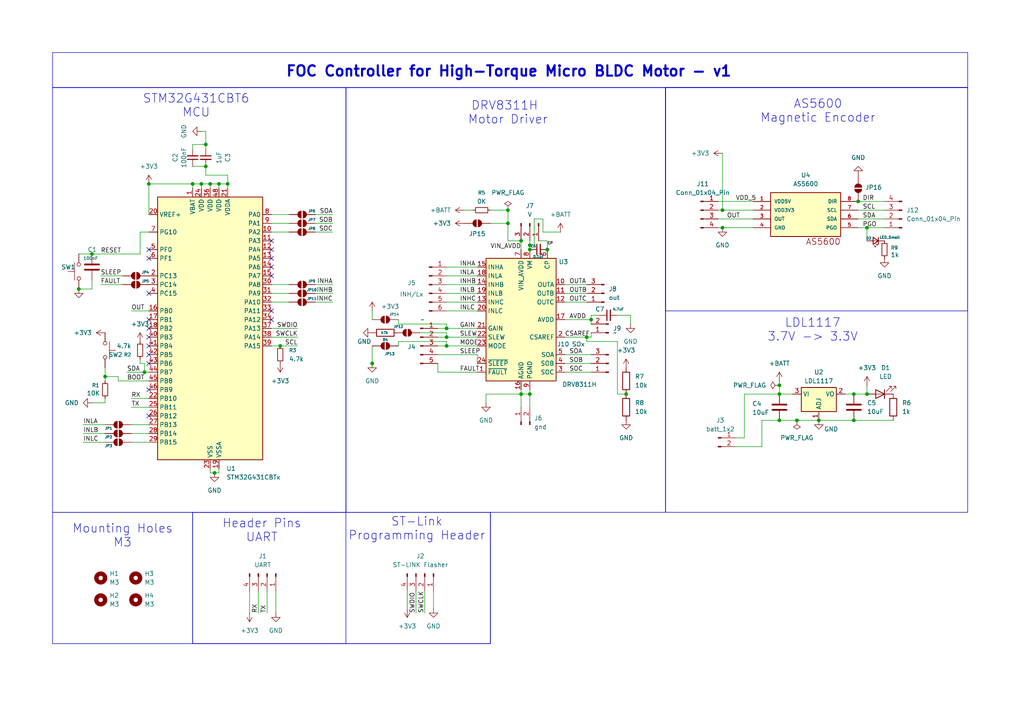
<source format=kicad_sch>
(kicad_sch (version 20250114) (generator "eeschema") (generator_version "9.0")
  (paper "A4")
  (rectangle (start 55.88 148.59) (end 100.33 186.69))
  (rectangle (start 100.33 25.4) (end 193.04 148.59))
  (rectangle (start 15.24 25.4) (end 100.33 148.59))
  (rectangle (start 193.04 25.4) (end 280.67 90.17))
  (rectangle (start 193.04 25.4) (end 280.67 148.59))
  (rectangle (start 15.24 148.59) (end 142.24 186.69))
  (rectangle (start 55.88 148.59) (end 142.24 186.69))
  (rectangle (start 15.24 15.24) (end 280.67 25.4))
  (text "DRV8311H \nMotor Driver" (at 147.32 32.766 0) (effects (font (size 2.5 2.5))))
  (text "Mounting Holes\nM3" (at 35.56 155.448 0) (effects (font (size 2.5 2.5))))
  (text "LDL1117\n3.7V -> 3.3V" (at 235.712 95.758 0) (effects (font (size 2.5 2.5))))
  (text "FOC Controller for High-Torque Micro BLDC Motor - v1" (at 147.574 20.828 0) (effects (font (size 3 3) (thickness 0.6) (bold yes))))
  (text "AS5600\nMagnetic Encoder" (at 237.236 32.258 0) (effects (font (size 2.5 2.5))))
  (text "Header Pins\nUART" (at 75.946 153.924 0) (effects (font (size 2.5 2.5))))
  (text "ST-Link\nProgramming Header" (at 120.904 153.416 0) (effects (font (size 2.5 2.5))))
  (text "STM32G431CBT6\nMCU" (at 56.896 30.734 0) (effects (font (size 2.5 2.5))))
  (junction (at 226.06 114.3))
  (junction (at 231.14 121.92))
  (junction (at 59.69 41.91))
  (junction (at 251.46 114.3))
  (junction (at 251.46 66.04))
  (junction (at 237.49 121.92))
  (junction (at 129.54 95.25))
  (junction (at 63.5 53.34))
  (junction (at 226.06 111.76))
  (junction (at 226.06 121.92))
  (junction (at 107.95 105.41))
  (junction (at 62.23 137.16))
  (junction (at 151.13 69.85))
  (junction (at 81.28 100.33))
  (junction (at 247.65 114.3))
  (junction (at 129.54 100.33))
  (junction (at 26.67 73.66))
  (junction (at 153.67 72.39))
  (junction (at 153.67 71.12))
  (junction (at 22.86 83.82))
  (junction (at 153.67 114.3))
  (junction (at 151.13 114.3))
  (junction (at 248.92 58.42))
  (junction (at 147.32 64.77))
  (junction (at 30.48 109.22))
  (junction (at 247.65 121.92))
  (junction (at 59.69 48.26))
  (junction (at 209.55 66.04))
  (junction (at 41.91 107.95))
  (junction (at 209.55 60.96))
  (junction (at 147.32 60.96))
  (junction (at 181.61 114.3))
  (junction (at 171.45 92.71))
  (junction (at 158.75 72.39))
  (junction (at 43.18 53.34))
  (junction (at 58.42 53.34))
  (junction (at 129.54 97.79))
  (junction (at 170.18 97.79))
  (junction (at 60.96 53.34))
  (junction (at 55.88 53.34))
  (junction (at 66.04 53.34))
  (no_connect (at 43.18 113.03))
  (no_connect (at 78.74 74.93))
  (no_connect (at 43.18 105.41))
  (no_connect (at 43.18 120.65))
  (no_connect (at 43.18 100.33))
  (no_connect (at 78.74 90.17))
  (no_connect (at 43.18 72.39))
  (no_connect (at 43.18 102.87))
  (no_connect (at 78.74 69.85))
  (no_connect (at 78.74 80.01))
  (no_connect (at 43.18 97.79))
  (no_connect (at 78.74 77.47))
  (no_connect (at 43.18 95.25))
  (no_connect (at 78.74 92.71))
  (no_connect (at 43.18 92.71))
  (no_connect (at 43.18 74.93))
  (no_connect (at 78.74 72.39))
  (no_connect (at 43.18 85.09))
  (wire (pts (xy 78.74 100.33) (xy 81.28 100.33)))
  (wire (pts (xy 129.54 80.01) (xy 138.43 80.01)))
  (wire (pts (xy 118.11 171.45) (xy 118.11 176.53)))
  (wire (pts (xy 59.69 38.1) (xy 58.42 38.1)))
  (wire (pts (xy 91.44 87.63) (xy 96.52 87.63)))
  (wire (pts (xy 58.42 53.34) (xy 60.96 53.34)))
  (wire (pts (xy 30.48 116.84) (xy 30.48 115.57)))
  (wire (pts (xy 62.23 137.16) (xy 63.5 137.16)))
  (wire (pts (xy 153.67 71.12) (xy 153.67 72.39)))
  (wire (pts (xy 248.92 58.42) (xy 256.54 58.42)))
  (wire (pts (xy 220.98 129.54) (xy 220.98 121.92)))
  (wire (pts (xy 129.54 100.33) (xy 138.43 100.33)))
  (wire (pts (xy 226.06 111.76) (xy 226.06 114.3)))
  (wire (pts (xy 171.45 96.52) (xy 171.45 97.79)))
  (wire (pts (xy 154.94 63.5) (xy 154.94 71.12)))
  (wire (pts (xy 163.83 85.09) (xy 170.18 85.09)))
  (wire (pts (xy 91.44 67.31) (xy 96.52 67.31)))
  (wire (pts (xy 43.18 62.23) (xy 43.18 53.34)))
  (wire (pts (xy 58.42 53.34) (xy 58.42 54.61)))
  (wire (pts (xy 63.5 53.34) (xy 66.04 53.34)))
  (wire (pts (xy 163.83 92.71) (xy 171.45 92.71)))
  (wire (pts (xy 151.13 69.85) (xy 151.13 72.39)))
  (wire (pts (xy 248.92 60.96) (xy 256.54 60.96)))
  (wire (pts (xy 55.88 41.91) (xy 55.88 43.18)))
  (wire (pts (xy 208.28 66.04) (xy 209.55 66.04)))
  (wire (pts (xy 91.44 62.23) (xy 96.52 62.23)))
  (wire (pts (xy 182.88 91.44) (xy 182.88 93.98)))
  (wire (pts (xy 215.9 127) (xy 215.9 114.3)))
  (wire (pts (xy 43.18 128.27) (xy 38.1 128.27)))
  (wire (pts (xy 213.36 127) (xy 215.9 127)))
  (wire (pts (xy 170.18 97.79) (xy 163.83 97.79)))
  (wire (pts (xy 34.29 109.22) (xy 34.29 110.49)))
  (wire (pts (xy 171.45 92.71) (xy 171.45 91.44)))
  (wire (pts (xy 248.92 63.5) (xy 256.54 63.5)))
  (wire (pts (xy 153.67 69.85) (xy 153.67 71.12)))
  (wire (pts (xy 78.74 82.55) (xy 83.82 82.55)))
  (wire (pts (xy 248.92 66.04) (xy 251.46 66.04)))
  (wire (pts (xy 129.54 87.63) (xy 138.43 87.63)))
  (wire (pts (xy 220.98 121.92) (xy 226.06 121.92)))
  (wire (pts (xy 213.36 129.54) (xy 220.98 129.54)))
  (wire (pts (xy 158.75 69.85) (xy 158.75 72.39)))
  (wire (pts (xy 151.13 69.85) (xy 147.32 69.85)))
  (wire (pts (xy 41.91 107.95) (xy 43.18 107.95)))
  (wire (pts (xy 153.67 113.03) (xy 153.67 114.3)))
  (wire (pts (xy 157.48 67.31) (xy 157.48 63.5)))
  (wire (pts (xy 129.54 77.47) (xy 138.43 77.47)))
  (wire (pts (xy 156.21 69.85) (xy 158.75 69.85)))
  (wire (pts (xy 43.18 125.73) (xy 38.1 125.73)))
  (wire (pts (xy 129.54 90.17) (xy 138.43 90.17)))
  (wire (pts (xy 55.88 53.34) (xy 58.42 53.34)))
  (wire (pts (xy 129.54 97.79) (xy 138.43 97.79)))
  (wire (pts (xy 38.1 115.57) (xy 43.18 115.57)))
  (wire (pts (xy 34.29 110.49) (xy 43.18 110.49)))
  (wire (pts (xy 157.48 63.5) (xy 154.94 63.5)))
  (wire (pts (xy 209.55 44.45) (xy 209.55 60.96)))
  (wire (pts (xy 127 105.41) (xy 127 107.95)))
  (wire (pts (xy 171.45 97.79) (xy 170.18 97.79)))
  (wire (pts (xy 38.1 118.11) (xy 43.18 118.11)))
  (wire (pts (xy 78.74 85.09) (xy 83.82 85.09)))
  (wire (pts (xy 209.55 66.04) (xy 218.44 66.04)))
  (wire (pts (xy 129.54 99.06) (xy 129.54 100.33)))
  (wire (pts (xy 134.62 60.96) (xy 137.16 60.96)))
  (wire (pts (xy 251.46 111.76) (xy 251.46 114.3)))
  (wire (pts (xy 22.86 73.66) (xy 26.67 73.66)))
  (wire (pts (xy 59.69 50.8) (xy 66.04 50.8)))
  (wire (pts (xy 226.06 110.49) (xy 226.06 111.76)))
  (wire (pts (xy 38.1 90.17) (xy 43.18 90.17)))
  (wire (pts (xy 24.13 125.73) (xy 30.48 125.73)))
  (wire (pts (xy 170.18 97.79) (xy 170.18 99.06)))
  (wire (pts (xy 40.64 105.41) (xy 41.91 105.41)))
  (wire (pts (xy 43.18 123.19) (xy 38.1 123.19)))
  (wire (pts (xy 237.49 121.92) (xy 247.65 121.92)))
  (wire (pts (xy 107.95 105.41) (xy 107.95 100.33)))
  (wire (pts (xy 127 100.33) (xy 129.54 100.33)))
  (wire (pts (xy 138.43 102.87) (xy 138.43 105.41)))
  (wire (pts (xy 36.83 107.95) (xy 41.91 107.95)))
  (wire (pts (xy 163.83 82.55) (xy 170.18 82.55)))
  (wire (pts (xy 91.44 82.55) (xy 96.52 82.55)))
  (wire (pts (xy 129.54 95.25) (xy 138.43 95.25)))
  (wire (pts (xy 91.44 64.77) (xy 96.52 64.77)))
  (wire (pts (xy 24.13 123.19) (xy 30.48 123.19)))
  (wire (pts (xy 40.64 67.31) (xy 43.18 67.31)))
  (wire (pts (xy 115.57 100.33) (xy 115.57 99.06)))
  (wire (pts (xy 120.65 171.45) (xy 120.65 177.8)))
  (wire (pts (xy 77.47 171.45) (xy 77.47 177.8)))
  (wire (pts (xy 80.01 171.45) (xy 80.01 177.8)))
  (wire (pts (xy 163.83 107.95) (xy 171.45 107.95)))
  (wire (pts (xy 60.96 135.89) (xy 60.96 137.16)))
  (wire (pts (xy 59.69 41.91) (xy 59.69 43.18)))
  (wire (pts (xy 171.45 92.71) (xy 171.45 93.98)))
  (wire (pts (xy 78.74 95.25) (xy 86.36 95.25)))
  (wire (pts (xy 29.21 82.55) (xy 35.56 82.55)))
  (wire (pts (xy 55.88 48.26) (xy 59.69 48.26)))
  (wire (pts (xy 40.64 104.14) (xy 40.64 105.41)))
  (wire (pts (xy 147.32 69.85) (xy 147.32 64.77)))
  (wire (pts (xy 129.54 93.98) (xy 129.54 95.25)))
  (wire (pts (xy 208.28 60.96) (xy 209.55 60.96)))
  (wire (pts (xy 60.96 137.16) (xy 62.23 137.16)))
  (wire (pts (xy 78.74 97.79) (xy 86.36 97.79)))
  (wire (pts (xy 129.54 85.09) (xy 138.43 85.09)))
  (wire (pts (xy 81.28 100.33) (xy 86.36 100.33)))
  (wire (pts (xy 72.39 171.45) (xy 72.39 177.8)))
  (wire (pts (xy 59.69 48.26) (xy 59.69 50.8)))
  (wire (pts (xy 127 95.25) (xy 129.54 95.25)))
  (wire (pts (xy 107.95 90.17) (xy 107.95 92.71)))
  (wire (pts (xy 78.74 87.63) (xy 83.82 87.63)))
  (wire (pts (xy 163.83 105.41) (xy 171.45 105.41)))
  (wire (pts (xy 63.5 135.89) (xy 63.5 137.16)))
  (wire (pts (xy 29.21 80.01) (xy 35.56 80.01)))
  (wire (pts (xy 231.14 121.92) (xy 237.49 121.92)))
  (wire (pts (xy 163.83 102.87) (xy 171.45 102.87)))
  (wire (pts (xy 59.69 41.91) (xy 55.88 41.91)))
  (wire (pts (xy 151.13 114.3) (xy 153.67 114.3)))
  (wire (pts (xy 179.07 99.06) (xy 179.07 114.3)))
  (wire (pts (xy 30.48 106.68) (xy 30.48 109.22)))
  (wire (pts (xy 129.54 82.55) (xy 138.43 82.55)))
  (wire (pts (xy 151.13 114.3) (xy 151.13 118.11)))
  (wire (pts (xy 78.74 64.77) (xy 83.82 64.77)))
  (wire (pts (xy 121.92 96.52) (xy 129.54 96.52)))
  (wire (pts (xy 162.56 67.31) (xy 157.48 67.31)))
  (wire (pts (xy 78.74 67.31) (xy 83.82 67.31)))
  (wire (pts (xy 26.67 83.82) (xy 22.86 83.82)))
  (wire (pts (xy 147.32 64.77) (xy 147.32 60.96)))
  (wire (pts (xy 127 102.87) (xy 138.43 102.87)))
  (wire (pts (xy 171.45 91.44) (xy 173.99 91.44)))
  (wire (pts (xy 91.44 85.09) (xy 96.52 85.09)))
  (wire (pts (xy 43.18 53.34) (xy 55.88 53.34)))
  (wire (pts (xy 74.93 171.45) (xy 74.93 177.8)))
  (wire (pts (xy 226.06 121.92) (xy 231.14 121.92)))
  (wire (pts (xy 41.91 105.41) (xy 41.91 107.95)))
  (wire (pts (xy 115.57 99.06) (xy 129.54 99.06)))
  (wire (pts (xy 140.97 116.84) (xy 140.97 114.3)))
  (wire (pts (xy 251.46 66.04) (xy 256.54 66.04)))
  (wire (pts (xy 26.67 73.66) (xy 40.64 73.66)))
  (wire (pts (xy 142.24 64.77) (xy 147.32 64.77)))
  (wire (pts (xy 140.97 114.3) (xy 151.13 114.3)))
  (wire (pts (xy 208.28 58.42) (xy 218.44 58.42)))
  (wire (pts (xy 55.88 54.61) (xy 55.88 53.34)))
  (wire (pts (xy 115.57 93.98) (xy 129.54 93.98)))
  (wire (pts (xy 142.24 60.96) (xy 147.32 60.96)))
  (wire (pts (xy 66.04 50.8) (xy 66.04 53.34)))
  (wire (pts (xy 107.95 105.41) (xy 107.95 106.68)))
  (wire (pts (xy 129.54 96.52) (xy 129.54 97.79)))
  (wire (pts (xy 151.13 113.03) (xy 151.13 114.3)))
  (wire (pts (xy 26.67 81.28) (xy 26.67 83.82)))
  (wire (pts (xy 208.28 63.5) (xy 218.44 63.5)))
  (wire (pts (xy 251.46 66.04) (xy 251.46 69.85)))
  (wire (pts (xy 127 97.79) (xy 129.54 97.79)))
  (wire (pts (xy 60.96 53.34) (xy 63.5 53.34)))
  (wire (pts (xy 127 107.95) (xy 138.43 107.95)))
  (wire (pts (xy 125.73 171.45) (xy 125.73 176.53)))
  (wire (pts (xy 179.07 91.44) (xy 182.88 91.44)))
  (wire (pts (xy 40.64 73.66) (xy 40.64 67.31)))
  (wire (pts (xy 24.13 128.27) (xy 30.48 128.27)))
  (wire (pts (xy 163.83 87.63) (xy 170.18 87.63)))
  (wire (pts (xy 245.11 114.3) (xy 247.65 114.3)))
  (wire (pts (xy 226.06 114.3) (xy 229.87 114.3)))
  (wire (pts (xy 30.48 109.22) (xy 34.29 109.22)))
  (wire (pts (xy 60.96 53.34) (xy 60.96 54.61)))
  (wire (pts (xy 66.04 53.34) (xy 66.04 54.61)))
  (wire (pts (xy 153.67 114.3) (xy 153.67 118.11)))
  (wire (pts (xy 59.69 38.1) (xy 59.69 41.91)))
  (wire (pts (xy 247.65 121.92) (xy 259.08 121.92)))
  (wire (pts (xy 114.3 96.52) (xy 115.57 96.52)))
  (wire (pts (xy 123.19 171.45) (xy 123.19 177.8)))
  (wire (pts (xy 78.74 62.23) (xy 83.82 62.23)))
  (wire (pts (xy 154.94 71.12) (xy 153.67 71.12)))
  (wire (pts (xy 26.67 116.84) (xy 30.48 116.84)))
  (wire (pts (xy 251.46 114.3) (xy 247.65 114.3)))
  (wire (pts (xy 170.18 99.06) (xy 179.07 99.06)))
  (wire (pts (xy 215.9 114.3) (xy 226.06 114.3)))
  (wire (pts (xy 63.5 53.34) (xy 63.5 54.61)))
  (wire (pts (xy 115.57 92.71) (xy 115.57 93.98)))
  (wire (pts (xy 209.55 60.96) (xy 218.44 60.96)))
  (wire (pts (xy 30.48 109.22) (xy 30.48 110.49)))
  (wire (pts (xy 179.07 114.3) (xy 181.61 114.3)))
  (label "GAIN" (at 133.35 95.25 0))
  (label "SWCLK" (at 86.36 97.79 180))
  (label "SCL" (at 86.36 100.33 180))
  (label "DIR" (at 250.19 58.42 0))
  (label "OUTC" (at 165.1 87.63 0))
  (label "MODE" (at 133.35 100.33 0))
  (label "FAULT" (at 29.21 82.55 0))
  (label "INLA" (at 133.35 80.01 0))
  (label "TX" (at 38.1 118.11 0))
  (label "VIN_AVDD" (at 151.13 72.39 180))
  (label "SOC" (at 96.52 67.31 180))
  (label "SWCLK" (at 123.19 177.8 90))
  (label "SLEEP" (at 133.35 102.87 0))
  (label "CSAREF" (at 163.83 97.79 0))
  (label "SWDIO" (at 120.65 177.8 90))
  (label "INHA" (at 133.35 77.47 0))
  (label "SWDIO" (at 86.36 95.25 180))
  (label "FAULT" (at 133.35 107.95 0))
  (label "SLEW" (at 133.35 97.79 0))
  (label "RESET" (at 29.21 73.66 0))
  (label "OUTA" (at 165.1 82.55 0))
  (label "INHA" (at 96.52 82.55 180))
  (label "TX" (at 77.47 177.8 90))
  (label "OUTB" (at 165.1 85.09 0))
  (label "CP" (at 158.75 71.12 0) (effects (font (size 0.75 0.75))))
  (label "BOOT" (at 36.83 110.49 0))
  (label "INHC" (at 133.35 87.63 0))
  (label "INLB" (at 24.13 125.73 0))
  (label "INLC" (at 24.13 128.27 0))
  (label "SOC" (at 165.1 107.95 0))
  (label "OUT" (at 210.82 63.5 0))
  (label "INLA" (at 24.13 123.19 0))
  (label "INLB" (at 133.35 85.09 0))
  (label "INHC" (at 96.52 87.63 180))
  (label "AVDD" (at 165.1 92.71 0))
  (label "SOA" (at 165.1 102.87 0))
  (label "OUT" (at 38.1 90.17 0))
  (label "SOA" (at 96.52 62.23 180))
  (label "PGO" (at 250.19 66.04 0))
  (label "INHB" (at 96.52 85.09 180))
  (label "INHB" (at 133.35 82.55 0))
  (label "SLEEP" (at 29.21 80.01 0))
  (label "RX" (at 74.93 177.8 90))
  (label "SOB" (at 165.1 105.41 0))
  (label "SDA" (at 36.83 107.95 0))
  (label "RX" (at 38.1 115.57 0))
  (label "VDD_5" (at 213.36 58.42 0))
  (label "INLC" (at 133.35 90.17 0))
  (label "SCL" (at 250.19 60.96 0))
  (label "SDA" (at 250.19 63.5 0))
  (label "SOB" (at 96.52 64.77 180))
  (symbol (lib_id "Device:R") (at 111.76 96.52 90) (unit 1)
    (property "Reference" "R4" (at 111.76 98.552 90) (effects (font (size 0.75 0.75))))
    (property "Value" "47k" (at 111.506 96.52 90) (effects (font (size 0.75 0.75))))
    (property "Footprint" "Resistor_SMD:R_0805_2012Metric" (effects (hide yes)))
    (property "Description" "Resistor" (effects (hide yes)))
  )
  (symbol (lib_id "power:GND") (at 62.23 137.16 0) (unit 1)
    (property "Reference" "#PWR07" (effects (hide yes)))
    (property "Value" "GND" (at 62.23 142.24 0))
    (property "Description" "Power symbol creates a global label with name \"GND\" , ground" (effects (hide yes)))
  )
  (symbol (lib_id "Device:R") (at 259.08 118.11 0) (unit 1)
    (property "Reference" "R6" (at 261.62 116.8399 0) (effects (justify left)))
    (property "Value" "1k" (at 261.62 119.3799 0) (effects (justify left)))
    (property "Footprint" "Resistor_SMD:R_0805_2012Metric" (effects (hide yes)))
    (property "Description" "Resistor" (effects (hide yes)))
  )
  (symbol (lib_id "Device:C") (at 26.67 77.47 0) (unit 1)
    (property "Reference" "C1" (at 25.4 72.39 0) (effects (justify left)))
    (property "Value" "100nF" (at 24.13 74.93 0) (effects (font (size 0.9 0.9)) (justify left)))
    (property "Footprint" "Capacitor_SMD:C_0805_2012Metric_Pad1.18x1.45mm_HandSolder" (effects (hide yes)))
  )
  (symbol (lib_id "power:GND") (at 181.61 121.92 0) (unit 1)
    (property "Reference" "#PWR025" (effects (hide yes)))
    (property "Value" "GND" (at 181.61 127 0))
    (property "Description" "Power symbol creates a global label with name \"GND\" , ground" (effects (hide yes)))
  )
  (symbol (lib_id "power:+BATT") (at 162.56 67.31 0) (unit 1)
    (property "Reference" "#PWR022" (effects (hide yes)))
    (property "Value" "+BATT" (at 162.56 62.23 0))
    (property "Description" "Power symbol creates a global label with name \"+BATT\"" (effects (hide yes)))
  )
  (symbol (lib_id "Jumper:SolderJumper_2_Open") (at 111.76 100.33 0) (unit 1) (in_bom no)
    (property "Reference" "JP13" (at 113.03 102.616 0) (effects (font (size 0.75 0.75))))
    (property "Value" "SolderJumper_2_Open" (effects (hide yes)))
    (property "Footprint" "Jumper:SolderJumper-2_P1.3mm_Open_RoundedPad1.0x1.5mm" (effects (hide yes)))
    (property "Description" "Solder Jumper, 2-pole, open" (effects (hide yes)))
  )
  (symbol (lib_id "power:+3V3") (at 209.55 44.45 90) (unit 1)
    (property "Reference" "#PWR026" (effects (hide yes)))
    (property "Value" "+3V3" (at 205.74 44.4499 90) (effects (justify left)))
    (property "Description" "Power symbol creates a global label with name \"+3V3\"" (effects (hide yes)))
  )
  (symbol (lib_id "Jumper:SolderJumper_2_Open") (at 34.29 125.73 180) (unit 1) (in_bom no)
    (property "Reference" "JP2" (at 31.496 126.746 0) (effects (font (size 0.75 0.75))))
    (property "Value" "SolderJumper_2_Open" (effects (hide yes)))
    (property "Footprint" "Jumper:SolderJumper-2_P1.3mm_Open_RoundedPad1.0x1.5mm" (effects (hide yes)))
    (property "Description" "Solder Jumper, 2-pole, open" (effects (hide yes)))
  )
  (symbol (lib_id "Jumper:SolderJumper_2_Open") (at 39.37 82.55 0) (unit 1) (in_bom no)
    (property "Reference" "JP5" (at 42.164 81.534 0) (effects (font (size 0.75 0.75))))
    (property "Value" "SolderJumper_2_Open" (effects (hide yes)))
    (property "Footprint" "Jumper:SolderJumper-2_P1.3mm_Open_RoundedPad1.0x1.5mm" (effects (hide yes)))
    (property "Description" "Solder Jumper, 2-pole, open" (effects (hide yes)))
  )
  (symbol (lib_id "Mechanical:MountingHole") (at 39.37 167.64 0) (unit 1) (in_bom no)
    (property "Reference" "H3" (at 41.91 166.3699 0) (effects (justify left)))
    (property "Value" "M3" (at 41.91 168.9099 0) (effects (justify left)))
    (property "Footprint" "MountingHole:MountingHole_3mm" (effects (hide yes)))
    (property "Description" "Mounting Hole without connection" (effects (hide yes)))
  )
  (symbol (lib_id "power:+3V3") (at 134.62 64.77 90) (unit 1)
    (property "Reference" "#PWR018" (effects (hide yes)))
    (property "Value" "+3V3" (at 130.81 64.7699 90) (effects (justify left)))
    (property "Description" "Power symbol creates a global label with name \"+3V3\"" (effects (hide yes)))
  )
  (symbol (lib_id "Connector:Conn_01x04_Pin") (at 261.62 63.5 180) (unit 1)
    (property "Reference" "J12" (at 262.89 60.9599 0) (effects (justify right)))
    (property "Value" "Conn_01x04_Pin" (at 262.89 63.4999 0) (effects (justify right)))
    (property "Footprint" "Connector_PinSocket_2.54mm:PinSocket_1x04_P2.54mm_Vertical" (effects (hide yes)))
    (property "Description" "Generic connector, single row, 01x04, script generated" (effects (hide yes)))
  )
  (symbol (lib_id "Device:R") (at 181.61 118.11 0) (unit 1)
    (property "Reference" "R8" (at 184.15 116.8399 0) (effects (justify left)))
    (property "Value" "10k" (at 184.15 119.3799 0) (effects (justify left)))
    (property "Footprint" "Resistor_SMD:R_0805_2012Metric" (effects (hide yes)))
    (property "Description" "Resistor" (effects (hide yes)))
  )
  (symbol (lib_id "Connector:Conn_01x05_Pin") (at 121.92 100.33 0) (unit 1)
    (property "Reference" "J4" (at 119.38 100.584 0))
    (property "Value" "~" (at 122.555 92.71 0))
    (property "Footprint" "Connector_PinSocket_2.54mm:PinSocket_1x05_P2.54mm_Vertical" (effects (hide yes)))
    (property "Description" "Generic connector, single row, 01x05, script generated" (effects (hide yes)))
  )
  (symbol (lib_id "Connector:Conn_01x02_Pin") (at 208.28 127 0) (unit 1)
    (property "Reference" "J3" (at 208.915 121.92 0))
    (property "Value" "batt_1x2" (at 208.915 124.46 0))
    (property "Footprint" "Connector_PinSocket_2.54mm:PinSocket_1x02_P2.54mm_Vertical" (effects (hide yes)))
    (property "Description" "Generic connector, single row, 01x02, script generated" (effects (hide yes)))
  )
  (symbol (lib_id "Device:C_Small") (at 176.53 91.44 90) (unit 1)
    (property "Reference" "C7" (at 173.99 89.662 90))
    (property "Value" "4.7uF" (at 179.324 89.662 90) (effects (font (size 0.75 0.75))))
    (property "Footprint" "Capacitor_SMD:C_0805_2012Metric" (effects (hide yes)))
    (property "Description" "Unpolarized capacitor, small symbol" (effects (hide yes)))
  )
  (symbol (lib_id "power:GND") (at 58.42 38.1 270) (unit 1)
    (property "Reference" "#PWR06" (effects (hide yes)))
    (property "Value" "GND" (at 53.34 38.1 0))
    (property "Description" "Power symbol creates a global label with name \"GND\" , ground" (effects (hide yes)))
  )
  (symbol (lib_id "power:GND") (at 125.73 176.53 0) (unit 1)
    (property "Reference" "#PWR012" (effects (hide yes)))
    (property "Value" "GND" (at 125.73 181.61 0))
    (property "Description" "Power symbol creates a global label with name \"GND\" , ground" (effects (hide yes)))
  )
  (symbol (lib_id "AS5600:AS5600") (at 233.68 60.96 0) (unit 1)
    (property "Reference" "U4" (at 233.6874 50.8 0))
    (property "Value" "AS5600" (at 233.6874 53.34 0))
    (property "Footprint" "AS5600:SOIC8" (effects (hide yes)))
    (property "MF" "Ams AG" (effects (hide yes)))
    (property "Description_1" "Hall Effect Sensor Rotary Position External Magnet, Not Included Gull Wing" (effects (hide yes)))
    (property "Package" "None" (effects (hide yes)))
    (property "Price" "None" (effects (hide yes)))
    (property "SnapEDA_Link" "https://www.snapeda.com/parts/AS5600/ams/view-part/?ref=snap" (effects (hide yes)))
    (property "MP" "AS5600" (effects (hide yes)))
    (property "Availability" "Not in stock" (effects (hide yes)))
    (property "Check_prices" "https://www.snapeda.com/parts/AS5600/ams/view-part/?ref=eda" (effects (hide yes)))
  )
  (symbol (lib_id "Device:C_Small") (at 59.69 45.72 0) (unit 1)
    (property "Reference" "C3" (at 66.04 45.7263 90))
    (property "Value" "1uF" (at 63.5 45.7263 90))
    (property "Footprint" "Capacitor_SMD:C_0805_2012Metric" (effects (hide yes)))
    (property "Description" "Unpolarized capacitor, small symbol" (effects (hide yes)))
  )
  (symbol (lib_id "power:+3V3") (at 40.64 99.06 0) (unit 1)
    (property "Reference" "#PWR04" (effects (hide yes)))
    (property "Value" "+3V3" (at 40.64 93.98 0))
    (property "Description" "Power symbol creates a global label with name \"+3V3\"" (effects (hide yes)))
  )
  (symbol (lib_id "power:+3V3") (at 107.95 90.17 0) (unit 1)
    (property "Reference" "#PWR015" (effects (hide yes)))
    (property "Value" "+3V3" (at 110.49 88.8999 0) (effects (justify left)))
    (property "Description" "Power symbol creates a global label with name \"+3V3\"" (effects (hide yes)))
  )
  (symbol (lib_id "Connector:Conn_01x06_Pin") (at 124.46 82.55 0) (unit 1)
    (property "Reference" "J5" (at 119.38 82.042 0))
    (property "Value" "INH/Lx" (at 119.38 85.344 0))
    (property "Footprint" "Connector_PinSocket_2.54mm:PinSocket_1x06_P2.54mm_Vertical" (effects (hide yes)))
    (property "Description" "Generic connector, single row, 01x06, script generated" (effects (hide yes)))
  )
  (symbol (lib_id "Jumper:SolderJumper_2_Open") (at 87.63 82.55 0) (unit 1) (in_bom no)
    (property "Reference" "JP9" (at 90.424 81.534 0) (effects (font (size 0.75 0.75))))
    (property "Value" "SolderJumper_2_Open" (effects (hide yes)))
    (property "Footprint" "Jumper:SolderJumper-2_P1.3mm_Open_RoundedPad1.0x1.5mm" (effects (hide yes)))
    (property "Description" "Solder Jumper, 2-pole, open" (effects (hide yes)))
  )
  (symbol (lib_id "Connector:Conn_01x03_Pin") (at 153.67 64.77 270) (unit 1)
    (property "Reference" "J7" (at 153.67 59.69 90))
    (property "Value" "V" (at 153.67 62.23 90))
    (property "Footprint" "Connector_PinSocket_2.54mm:PinSocket_1x03_P2.54mm_Vertical" (effects (hide yes)))
    (property "Description" "Generic connector, single row, 01x03, script generated" (effects (hide yes)))
  )
  (symbol (lib_id "Device:R_Small") (at 256.54 72.39 180) (unit 1)
    (property "Reference" "R9" (at 258.318 71.882 0) (effects (font (size 1.016 1.016)) (justify right)))
    (property "Value" "1k" (at 258.318 73.914 0) (effects (justify right)))
    (property "Footprint" "LED_SMD:LED_0805_2012Metric" (effects (hide yes)))
    (property "Description" "Resistor, small symbol" (effects (hide yes)))
  )
  (symbol (lib_id "Jumper:SolderJumper_2_Open") (at 248.92 54.61 90) (unit 1) (in_bom no)
    (property "Reference" "JP16" (at 250.952 54.356 90) (effects (justify right)))
    (property "Value" "SolderJumper_2_Open" (effects (hide yes)))
    (property "Footprint" "Jumper:SolderJumper-2_P1.3mm_Open_RoundedPad1.0x1.5mm" (effects (hide yes)))
    (property "Description" "Solder Jumper, 2-pole, open" (effects (hide yes)))
  )
  (symbol (lib_id "power:GND") (at 237.49 121.92 0) (unit 1)
    (property "Reference" "#PWR019" (effects (hide yes)))
    (property "Value" "GND" (at 241.046 124.46 0))
    (property "Description" "Power symbol creates a global label with name \"GND\" , ground" (effects (hide yes)))
  )
  (symbol (lib_id "Jumper:SolderJumper_2_Open") (at 138.43 64.77 0) (unit 1) (in_bom no)
    (property "Reference" "JP15" (at 138.43 67.818 0))
    (property "Value" "SolderJumper_2_Open" (effects (hide yes)))
    (property "Footprint" "Jumper:SolderJumper-2_P1.3mm_Open_RoundedPad1.0x1.5mm" (effects (hide yes)))
    (property "Description" "Solder Jumper, 2-pole, open" (effects (hide yes)))
  )
  (symbol (lib_id "Device:R_Small") (at 40.64 101.6 180) (unit 1)
    (property "Reference" "R2" (at 38.1 102.8701 0) (effects (font (size 1.016 1.016)) (justify left)))
    (property "Value" "4.7k" (at 38.1 100.3301 0) (effects (justify left)))
    (property "Footprint" "Resistor_SMD:R_0805_2012Metric" (effects (hide yes)))
    (property "Description" "Resistor, small symbol" (effects (hide yes)))
  )
  (symbol (lib_id "Device:LED_Small") (at 254 69.85 180) (unit 1)
    (property "Reference" "D2" (at 251.968 69.088 0) (effects (font (size 0.75 0.75))))
    (property "Value" "LED_Small" (at 258.064 68.834 0) (effects (font (size 0.75 0.75))))
    (property "Footprint" "LED_SMD:LED_0805_2012Metric" (effects (hide yes)))
    (property "Description" "Light emitting diode, small symbol" (effects (hide yes)))
    (property "Sim.Pins" "1=K 2=A" (effects (hide yes)))
  )
  (symbol (lib_id "Connector:Conn_01x04_Pin") (at 123.19 166.37 270) (unit 1)
    (property "Reference" "J2" (at 121.92 161.29 90))
    (property "Value" "ST-LINK Flasher" (at 121.92 163.83 90))
    (property "Footprint" "Connector_PinSocket_2.54mm:PinSocket_1x04_P2.54mm_Vertical" (effects (hide yes)))
    (property "Description" "Generic connector, single row, 01x04, script generated" (effects (hide yes)))
  )
  (symbol (lib_id "power:PWR_FLAG") (at 147.32 60.96 0) (unit 1)
    (property "Reference" "#FLG03" (effects (hide yes)))
    (property "Value" "PWR_FLAG" (at 147.32 55.88 0))
    (property "Description" "Special symbol for telling ERC where power comes from" (effects (hide yes)))
  )
  (symbol (lib_id "power:+3V3") (at 118.11 176.53 180) (unit 1)
    (property "Reference" "#PWR011" (effects (hide yes)))
    (property "Value" "+3V3" (at 118.11 181.61 0))
    (property "Description" "Power symbol creates a global label with name \"+3V3\"" (effects (hide yes)))
  )
  (symbol (lib_id "Jumper:SolderJumper_2_Open") (at 34.29 128.27 180) (unit 1) (in_bom no)
    (property "Reference" "JP3" (at 31.496 129.286 0) (effects (font (size 0.75 0.75))))
    (property "Value" "SolderJumper_2_Open" (effects (hide yes)))
    (property "Footprint" "Jumper:SolderJumper-2_P1.3mm_Open_RoundedPad1.0x1.5mm" (effects (hide yes)))
    (property "Description" "Solder Jumper, 2-pole, open" (effects (hide yes)))
  )
  (symbol (lib_id "Jumper:SolderJumper_2_Open") (at 87.63 67.31 0) (unit 1) (in_bom no)
    (property "Reference" "JP8" (at 90.424 66.294 0) (effects (font (size 0.75 0.75))))
    (property "Value" "SolderJumper_2_Open" (effects (hide yes)))
    (property "Footprint" "Jumper:SolderJumper-2_P1.3mm_Open_RoundedPad1.0x1.5mm" (effects (hide yes)))
    (property "Description" "Solder Jumper, 2-pole, open" (effects (hide yes)))
  )
  (symbol (lib_id "Jumper:SolderJumper_2_Open") (at 39.37 80.01 0) (unit 1) (in_bom no)
    (property "Reference" "JP4" (at 42.164 78.994 0) (effects (font (size 0.75 0.75))))
    (property "Value" "SolderJumper_2_Open" (effects (hide yes)))
    (property "Footprint" "Jumper:SolderJumper-2_P1.3mm_Open_RoundedPad1.0x1.5mm" (effects (hide yes)))
    (property "Description" "Solder Jumper, 2-pole, open" (effects (hide yes)))
  )
  (symbol (lib_id "power:GND") (at 107.95 105.41 0) (unit 1)
    (property "Reference" "#PWR014" (effects (hide yes)))
    (property "Value" "GND" (at 107.95 110.49 0))
    (property "Description" "Power symbol creates a global label with name \"GND\" , ground" (effects (hide yes)))
  )
  (symbol (lib_id "Connector:Conn_01x03_Pin") (at 176.53 105.41 180) (unit 1)
    (property "Reference" "J10" (at 161.544 99.822 0) (effects (justify right)))
    (property "Value" "SOx" (at 165.862 99.822 0) (effects (justify right)))
    (property "Footprint" "Connector_PinSocket_2.54mm:PinSocket_1x03_P2.54mm_Vertical" (effects (hide yes)))
    (property "Description" "Generic connector, single row, 01x03, script generated" (effects (hide yes)))
  )
  (symbol (lib_id "Device:R_Small") (at 139.7 60.96 90) (unit 1)
    (property "Reference" "R5" (at 139.7 55.88 90) (effects (font (size 1.016 1.016))))
    (property "Value" "0K" (at 139.7 58.42 90))
    (property "Footprint" "Resistor_SMD:R_0805_2012Metric" (effects (hide yes)))
    (property "Description" "Resistor, small symbol" (effects (hide yes)))
  )
  (symbol (lib_id "Jumper:SolderJumper_2_Open") (at 87.63 87.63 0) (unit 1) (in_bom no)
    (property "Reference" "JP11" (at 90.424 86.614 0) (effects (font (size 0.75 0.75))))
    (property "Value" "SolderJumper_2_Open" (effects (hide yes)))
    (property "Footprint" "Jumper:SolderJumper-2_P1.3mm_Open_RoundedPad1.0x1.5mm" (effects (hide yes)))
    (property "Description" "Solder Jumper, 2-pole, open" (effects (hide yes)))
  )
  (symbol (lib_id "Mechanical:MountingHole") (at 39.37 173.99 0) (unit 1) (in_bom no)
    (property "Reference" "H4" (at 41.91 172.7199 0) (effects (justify left)))
    (property "Value" "M3" (at 41.91 175.2599 0) (effects (justify left)))
    (property "Footprint" "MountingHole:MountingHole_3mm" (effects (hide yes)))
    (property "Description" "Mounting Hole without connection" (effects (hide yes)))
  )
  (symbol (lib_id "Connector:Conn_01x04_Pin") (at 203.2 60.96 0) (unit 1)
    (property "Reference" "J11" (at 203.835 53.34 0))
    (property "Value" "Conn_01x04_Pin" (at 203.835 55.88 0))
    (property "Footprint" "Connector_PinSocket_2.54mm:PinSocket_1x04_P2.54mm_Vertical" (effects (hide yes)))
    (property "Description" "Generic connector, single row, 01x04, script generated" (effects (hide yes)))
  )
  (symbol (lib_id "power:GND") (at 256.54 74.93 0) (unit 1)
    (property "Reference" "#PWR029" (effects (hide yes)))
    (property "Value" "GND" (at 256.54 80.01 0))
    (property "Description" "Power symbol creates a global label with name \"GND\" , ground" (effects (hide yes)))
  )
  (symbol (lib_id "power:+3V3") (at 251.46 111.76 0) (unit 1)
    (property "Reference" "#PWR021" (effects (hide yes)))
    (property "Value" "+3V3" (at 251.46 106.68 0))
    (property "Description" "Power symbol creates a global label with name \"+3V3\"" (effects (hide yes)))
  )
  (symbol (lib_id "Device:R_Small") (at 30.48 113.03 0) (unit 1)
    (property "Reference" "R1" (at 26.67 111.76 0) (effects (font (size 1.016 1.016)) (justify left)))
    (property "Value" "10K" (at 25.146 114.046 0) (effects (justify left)))
    (property "Footprint" "Resistor_SMD:R_0805_2012Metric" (effects (hide yes)))
    (property "Description" "Resistor, small symbol" (effects (hide yes)))
  )
  (symbol (lib_id "power:GND") (at 248.92 50.8 180) (unit 1)
    (property "Reference" "#PWR028" (effects (hide yes)))
    (property "Value" "GND" (at 248.92 45.72 0))
    (property "Description" "Power symbol creates a global label with name \"GND\" , ground" (effects (hide yes)))
  )
  (symbol (lib_id "Switch:SW_Push") (at 30.48 101.6 270) (unit 1)
    (property "Reference" "SW2" (at 35.56 102.87 90) (effects (justify right)))
    (property "Value" "SW_Push" (effects (hide yes)))
    (property "Footprint" "Button_Switch_THT:SW_PUSH_6mm_H5mm" (effects (hide yes)))
  )
  (symbol (lib_id "power:+3V3") (at 30.48 96.52 90) (unit 1)
    (property "Reference" "#PWR03" (effects (hide yes)))
    (property "Value" "+3V3" (at 26.67 96.5199 90) (effects (justify left)))
    (property "Description" "Power symbol creates a global label with name \"+3V3\"" (effects (hide yes)))
  )
  (symbol (lib_id "power:+3V3") (at 72.39 177.8 180) (unit 1)
    (property "Reference" "#PWR08" (effects (hide yes)))
    (property "Value" "+3V3" (at 72.39 182.88 0))
    (property "Description" "Power symbol creates a global label with name \"+3V3\"" (effects (hide yes)))
  )
  (symbol (lib_id "Connector:Conn_01x02_Pin") (at 176.53 96.52 180) (unit 1)
    (property "Reference" "J9" (at 177.8 95.2499 0) (effects (justify right)))
    (property "Value" "~" (at 177.8 96.5199 0) (effects (justify right)))
    (property "Footprint" "Connector_PinSocket_2.54mm:PinSocket_1x02_P2.54mm_Vertical" (effects (hide yes)))
    (property "Description" "Generic connector, single row, 01x02, script generated" (effects (hide yes)))
  )
  (symbol (lib_id "power:+3V3") (at 43.18 53.34 0) (unit 1)
    (property "Reference" "#PWR05" (effects (hide yes)))
    (property "Value" "+3V3" (at 43.18 48.26 0))
    (property "Description" "Power symbol creates a global label with name \"+3V3\"" (effects (hide yes)))
  )
  (symbol (lib_id "Jumper:SolderJumper_2_Open") (at 87.63 62.23 0) (unit 1) (in_bom no)
    (property "Reference" "JP6" (at 90.424 61.214 0) (effects (font (size 0.75 0.75))))
    (property "Value" "SolderJumper_2_Open" (effects (hide yes)))
    (property "Footprint" "Jumper:SolderJumper-2_P1.3mm_Open_RoundedPad1.0x1.5mm" (effects (hide yes)))
    (property "Description" "Solder Jumper, 2-pole, open" (effects (hide yes)))
  )
  (symbol (lib_id "Device:C") (at 247.65 118.11 0) (unit 1)
    (property "Reference" "C5" (at 251.46 116.8399 0) (effects (justify left)))
    (property "Value" "10uF" (at 251.46 119.3799 0) (effects (justify left)))
    (property "Footprint" "Capacitor_SMD:C_0805_2012Metric" (effects (hide yes)))
    (property "Description" "Unpolarized capacitor" (effects (hide yes)))
  )
  (symbol (lib_id "Device:C") (at 226.06 118.11 0) (unit 1)
    (property "Reference" "C4" (at 218.186 117.094 0) (effects (justify left)))
    (property "Value" "10uF" (at 218.186 119.634 0) (effects (justify left)))
    (property "Footprint" "Capacitor_SMD:C_0805_2012Metric" (effects (hide yes)))
    (property "Description" "Unpolarized capacitor" (effects (hide yes)))
  )
  (symbol (lib_id "power:+3V3") (at 81.28 105.41 180) (unit 1)
    (property "Reference" "#PWR010" (effects (hide yes)))
    (property "Value" "+3V3" (at 81.28 110.49 0))
    (property "Description" "Power symbol creates a global label with name \"+3V3\"" (effects (hide yes)))
  )
  (symbol (lib_id "Driver_Motor:DRV8311H") (at 151.13 92.71 0) (unit 1)
    (property "Reference" "U3" (at 162.052 75.946 0) (effects (justify left)))
    (property "Value" "DRV8311H" (at 163.068 111.506 0) (effects (justify left)))
    (property "Footprint" "Package_DFN_QFN:Texas_RRW0024A_WQFN-24-1EP_3x3mm_P0.4mm_EP1.9x1.9mm" (effects (hide yes)))
    (property "Datasheet" "https://www.ti.com/lit/ds/symlink/drv8311.pdf" (effects (hide yes)))
    (property "Description" "Three-Phase PWM Motor Driver, 3-20V supply, 5A peak current, hardware interface, WQFN-24" (effects (hide yes)))
    (property private "KLC_S4.4_AVDD" "This is the output of the 3.3V internal regulator" (effects (hide yes)))
  )
  (symbol (lib_id "power:GND") (at 26.67 116.84 270) (unit 1)
    (property "Reference" "#PWR02" (effects (hide yes)))
    (property "Value" "GND" (at 22.86 116.8399 90) (effects (justify right)))
    (property "Description" "Power symbol creates a global label with name \"GND\" , ground" (effects (hide yes)))
  )
  (symbol (lib_id "Device:LED") (at 255.27 114.3 180) (unit 1)
    (property "Reference" "D1" (at 256.8575 106.68 0))
    (property "Value" "LED" (at 256.8575 109.22 0))
    (property "Footprint" "LED_SMD:LED_0805_2012Metric" (effects (hide yes)))
    (property "Description" "Light emitting diode" (effects (hide yes)))
    (property "Sim.Pins" "1=K 2=A" (effects (hide yes)))
  )
  (symbol (lib_id "power:GND") (at 209.55 66.04 0) (unit 1)
    (property "Reference" "#PWR027" (effects (hide yes)))
    (property "Value" "GND" (at 209.55 71.12 0))
    (property "Description" "Power symbol creates a global label with name \"GND\" , ground" (effects (hide yes)))
  )
  (symbol (lib_id "power:GND") (at 140.97 116.84 0) (unit 1)
    (property "Reference" "#PWR020" (effects (hide yes)))
    (property "Value" "GND" (at 140.97 121.92 0))
    (property "Description" "Power symbol creates a global label with name \"GND\" , ground" (effects (hide yes)))
  )
  (symbol (lib_id "power:GND") (at 80.01 177.8 0) (unit 1)
    (property "Reference" "#PWR09" (effects (hide yes)))
    (property "Value" "GND" (at 80.01 182.88 0))
    (property "Description" "Power symbol creates a global label with name \"GND\" , ground" (effects (hide yes)))
  )
  (symbol (lib_id "Jumper:SolderJumper_2_Open") (at 87.63 85.09 0) (unit 1) (in_bom no)
    (property "Reference" "JP10" (at 90.424 84.074 0) (effects (font (size 0.75 0.75))))
    (property "Value" "SolderJumper_2_Open" (effects (hide yes)))
    (property "Footprint" "Jumper:SolderJumper-2_P1.3mm_Open_RoundedPad1.0x1.5mm" (effects (hide yes)))
    (property "Description" "Solder Jumper, 2-pole, open" (effects (hide yes)))
  )
  (symbol (lib_id "Mechanical:MountingHole") (at 29.21 167.64 0) (unit 1) (in_bom no)
    (property "Reference" "H1" (at 31.75 166.3699 0) (effects (justify left)))
    (property "Value" "M3" (at 31.75 168.9099 0) (effects (justify left)))
    (property "Footprint" "MountingHole:MountingHole_3mm" (effects (hide yes)))
    (property "Description" "Mounting Hole without connection" (effects (hide yes)))
  )
  (symbol (lib_id "Regulator_Linear:AMS1117") (at 237.49 114.3 0) (unit 1)
    (property "Reference" "U2" (at 237.49 107.95 0))
    (property "Value" "LDL1117" (at 237.49 110.49 0))
    (property "Footprint" "Package_TO_SOT_SMD:SOT-223-3_TabPin2" (effects (hide yes)))
    (property "Datasheet" "http://www.advanced-monolithic.com/pdf/ds1117.pdf" (effects (hide yes)))
    (property "Description" "1A Low Dropout regulator, positive, adjustable output, SOT-223" (effects (hide yes)))
  )
  (symbol (lib_id "Jumper:SolderJumper_2_Open") (at 118.11 96.52 0) (unit 1) (in_bom no)
    (property "Reference" "JP12" (at 115.57 94.742 0) (effects (font (size 0.75 0.75))))
    (property "Value" "SolderJumper_2_Open" (effects (hide yes)))
    (property "Footprint" "Jumper:SolderJumper-2_P1.3mm_Open_RoundedPad1.0x1.5mm" (effects (hide yes)))
    (property "Description" "Solder Jumper, 2-pole, open" (effects (hide yes)))
  )
  (symbol (lib_id "power:GND") (at 107.95 96.52 270) (unit 1)
    (property "Reference" "#PWR013" (effects (hide yes)))
    (property "Value" "GND" (at 107.696 99.06 90) (effects (justify right)))
    (property "Description" "Power symbol creates a global label with name \"GND\" , ground" (effects (hide yes)))
  )
  (symbol (lib_id "Mechanical:MountingHole") (at 29.21 173.99 0) (unit 1) (in_bom no)
    (property "Reference" "H2" (at 31.75 172.7199 0) (effects (justify left)))
    (property "Value" "M3" (at 31.75 175.2599 0) (effects (justify left)))
    (property "Footprint" "MountingHole:MountingHole_3mm" (effects (hide yes)))
    (property "Description" "Mounting Hole without connection" (effects (hide yes)))
  )
  (symbol (lib_id "power:GND") (at 22.86 83.82 0) (unit 1)
    (property "Reference" "#PWR01" (effects (hide yes)))
    (property "Value" "GND" (effects (hide yes)))
  )
  (symbol (lib_id "Switch:SW_Push") (at 22.86 78.74 90) (unit 1)
    (property "Reference" "SW1" (at 17.78 77.47 90) (effects (justify right)))
    (property "Value" "SW_Push" (effects (hide yes)))
    (property "Footprint" "Button_Switch_THT:SW_PUSH_6mm_H5mm" (effects (hide yes)))
  )
  (symbol (lib_id "power:GND") (at 182.88 93.98 0) (unit 1)
    (property "Reference" "#PWR023" (effects (hide yes)))
    (property "Value" "GND" (at 182.88 99.06 0))
    (property "Description" "Power symbol creates a global label with name \"GND\" , ground" (effects (hide yes)))
  )
  (symbol (lib_id "Connector:Conn_01x03_Pin") (at 175.26 85.09 180) (unit 1)
    (property "Reference" "J8" (at 176.53 83.8199 0) (effects (justify right)))
    (property "Value" "out" (at 176.53 86.3599 0) (effects (justify right)))
    (property "Footprint" "Connector_PinSocket_2.54mm:PinSocket_1x03_P2.54mm_Vertical" (effects (hide yes)))
    (property "Description" "Generic connector, single row, 01x03, script generated" (effects (hide yes)))
  )
  (symbol (lib_id "Connector:Conn_01x04_Pin") (at 77.47 166.37 270) (unit 1)
    (property "Reference" "J1" (at 76.2 161.29 90))
    (property "Value" "UART" (at 76.2 163.83 90))
    (property "Footprint" "Connector_PinSocket_2.54mm:PinSocket_1x04_P2.54mm_Vertical" (effects (hide yes)))
    (property "Description" "Generic connector, single row, 01x04, script generated" (effects (hide yes)))
  )
  (symbol (lib_id "Jumper:SolderJumper_2_Open") (at 34.29 123.19 180) (unit 1) (in_bom no)
    (property "Reference" "JP1" (at 31.496 124.206 0) (effects (font (size 0.75 0.75))))
    (property "Value" "SolderJumper_2_Open" (effects (hide yes)))
    (property "Footprint" "Jumper:SolderJumper-2_P1.3mm_Open_RoundedPad1.0x1.5mm" (effects (hide yes)))
    (property "Description" "Solder Jumper, 2-pole, open" (effects (hide yes)))
  )
  (symbol (lib_id "power:+BATT") (at 134.62 60.96 90) (unit 1)
    (property "Reference" "#PWR017" (effects (hide yes)))
    (property "Value" "+BATT" (at 130.81 60.9599 90) (effects (justify left)))
    (property "Description" "Power symbol creates a global label with name \"+BATT\"" (effects (hide yes)))
  )
  (symbol (lib_id "Jumper:SolderJumper_2_Open") (at 87.63 64.77 0) (unit 1) (in_bom no)
    (property "Reference" "JP7" (at 90.424 63.754 0) (effects (font (size 0.75 0.75))))
    (property "Value" "SolderJumper_2_Open" (effects (hide yes)))
    (property "Footprint" "Jumper:SolderJumper-2_P1.3mm_Open_RoundedPad1.0x1.5mm" (effects (hide yes)))
    (property "Description" "Solder Jumper, 2-pole, open" (effects (hide yes)))
  )
  (symbol (lib_id "MCU_ST_STM32G4:STM32G431CBTx") (at 60.96 95.25 0) (unit 1)
    (property "Reference" "U1" (at 65.6433 135.89 0) (effects (justify left)))
    (property "Value" "STM32G431CBTx" (at 65.6433 138.43 0) (effects (justify left)))
    (property "Footprint" "Package_QFP:LQFP-48_7x7mm_P0.5mm" (effects (hide yes)))
    (property "Datasheet" "https://www.st.com/resource/en/datasheet/stm32g431cb.pdf" (effects (hide yes)))
    (property "Description" "STMicroelectronics Arm Cortex-M4 MCU, 128KB flash, 32KB RAM, 170 MHz, 1.71-3.6V, 38 GPIO, LQFP48" (effects (hide yes)))
  )
  (symbol (lib_id "power:PWR_FLAG") (at 231.14 121.92 180) (unit 1)
    (property "Reference" "#FLG02" (effects (hide yes)))
    (property "Value" "PWR_FLAG" (at 231.14 127 0))
    (property "Description" "Special symbol for telling ERC where power comes from" (effects (hide yes)))
  )
  (symbol (lib_id "Device:C_Small") (at 55.88 45.72 180) (unit 1)
    (property "Reference" "C2" (at 50.8 45.72 90))
    (property "Value" "100nF" (at 53.34 45.72 90))
    (property "Footprint" "Capacitor_SMD:C_0805_2012Metric" (effects (hide yes)))
    (property "Description" "Unpolarized capacitor, small symbol" (effects (hide yes)))
  )
  (symbol (lib_id "Connector:Conn_01x02_Pin") (at 151.13 123.19 90) (unit 1)
    (property "Reference" "J6" (at 154.94 121.2849 90) (effects (justify right)))
    (property "Value" "gnd" (at 154.94 123.8249 90) (effects (justify right)))
    (property "Footprint" "Connector_PinSocket_2.54mm:PinSocket_1x02_P2.54mm_Vertical" (effects (hide yes)))
    (property "Description" "Generic connector, single row, 01x02, script generated" (effects (hide yes)))
  )
  (symbol (lib_id "Device:C_Small") (at 156.21 72.39 90) (unit 1)
    (property "Reference" "C6" (at 154.686 71.374 90) (effects (font (size 0.75 0.75))))
    (property "Value" "0.1uF" (at 156.21 74.422 90) (effects (font (size 0.75 0.75))))
    (property "Footprint" "Capacitor_SMD:C_0805_2012Metric" (effects (hide yes)))
    (property "Description" "Unpolarized capacitor, small symbol" (effects (hide yes)))
  )
  (symbol (lib_id "power:+3V3") (at 181.61 106.68 0) (unit 1)
    (property "Reference" "#PWR024" (effects (hide yes)))
    (property "Value" "+3V3" (at 181.61 101.6 0))
    (property "Description" "Power symbol creates a global label with name \"+3V3\"" (effects (hide yes)))
  )
  (symbol (lib_id "power:PWR_FLAG") (at 226.06 111.76 90) (unit 1)
    (property "Reference" "#FLG01" (effects (hide yes)))
    (property "Value" "PWR_FLAG" (at 222.25 111.7599 90) (effects (justify left)))
    (property "Description" "Special symbol for telling ERC where power comes from" (effects (hide yes)))
  )
  (symbol (lib_id "Jumper:SolderJumper_2_Open") (at 111.76 92.71 0) (unit 1) (in_bom no)
    (property "Reference" "JP14" (at 114.3 91.186 0) (effects (font (size 0.75 0.75))))
    (property "Value" "SolderJumper_2_Open" (effects (hide yes)))
    (property "Footprint" "Jumper:SolderJumper-2_P1.3mm_Open_RoundedPad1.0x1.5mm" (effects (hide yes)))
    (property "Description" "Solder Jumper, 2-pole, open" (effects (hide yes)))
  )
  (symbol (lib_id "power:+BATT") (at 226.06 110.49 0) (unit 1)
    (property "Reference" "#PWR016" (effects (hide yes)))
    (property "Value" "+BATT" (at 226.06 105.41 0))
    (property "Description" "Power symbol creates a global label with name \"+BATT\"" (effects (hide yes)))
  )
  (symbol (lib_id "Device:R_Small") (at 81.28 102.87 0) (unit 1)
    (property "Reference" "R3" (at 83.82 101.5999 0) (effects (font (size 1.016 1.016)) (justify left)))
    (property "Value" "4.7k" (at 83.82 104.1399 0) (effects (justify left)))
    (property "Footprint" "Resistor_SMD:R_0805_2012Metric" (effects (hide yes)))
    (property "Description" "Resistor, small symbol" (effects (hide yes)))
  )
  (symbol (lib_id "Device:R") (at 181.61 110.49 0) (unit 1)
    (property "Reference" "R7" (at 184.15 109.2199 0) (effects (justify left)))
    (property "Value" "10k" (at 184.15 111.7599 0) (effects (justify left)))
    (property "Footprint" "Resistor_SMD:R_0805_2012Metric" (effects (hide yes)))
    (property "Description" "Resistor" (effects (hide yes)))
  )
)
</source>
